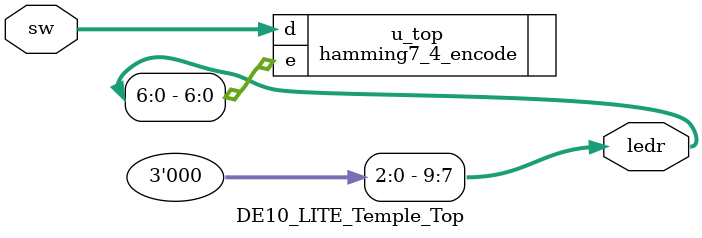
<source format=sv>



`define ENABLE_SW
`define ENABLE_LED

module DE10_LITE_Temple_Top(

	//////////// SDRAM: 3.3-V LVTTL //////////
`ifdef ENABLE_SDRAM
	output		    [12:0]		dram_addr,
	output		     [1:0]		dram_ba,
	output		          		dram_cas_n,
	output		          		dram_cke,
	output		          		dram_clk,
	output		          		dram_cs_n,
	inout 		    [15:0]		dram_dq,
	output		          		dram_ldqm,
	output		          		dram_ras_n,
	output		          		dram_udqm,
	output		          		dram_we_n,
`endif

	//////////// SEG7: 3.3-V LVTTL //////////
`ifdef ENABLE_HEX0
	output		     [7:0]		hex0,
`endif
`ifdef ENABLE_HEX1
	output		     [7:0]		hex1,
`endif
`ifdef ENABLE_HEX2
	output		     [7:0]		hex2,
`endif
`ifdef ENABLE_HEX3
	output		     [7:0]		hex3,
`endif
`ifdef ENABLE_HEX4
	output		     [7:0]		hex4,
`endif
`ifdef ENABLE_HEX5
	output		     [7:0]		hex5,
`endif

	//////////// KEY: 3.3 V SCHMITT TRIGGER //////////
`ifdef ENABLE_KEY
	input 		     [1:0]		key,
`endif

	//////////// LED: 3.3-V LVTTL //////////
`ifdef ENABLE_LED
	output		     [9:0]		ledr,
`endif

	//////////// VGA: 3.3-V LVTTL //////////
`ifdef ENABLE_VGA
	output		     [3:0]		vga_b,
	output		     [3:0]		vga_g,
	output		          		vga_hs,
	output		     [3:0]		vga_r,
	output		          		vga_vs,
`endif

	//////////// Accelerometer: 3.3-V LVTTL //////////
`ifdef ENABLE_ACCELEROMETER
	output		          		gsensor_cs_n,
	input 		     [2:1]		gsensor_int,
	output		          		gsensor_sclk,
	inout 		          		gsensor_sdi,
	inout 		          		gsensor_sdo,
`endif

	//////////// Arduino: 3.3-V LVTTL //////////
`ifdef ENABLE_ARDUINO
	inout 		    [15:0]		arduino_io,
	inout 		          		arduino_reset_n,
`endif

	//////////// GPIO, GPIO connect to GPIO Default: 3.3-V LVTTL //////////
`ifdef ENABLE_GPIO
	inout 		    [35:0]		gpio,
`endif

	//////////// ADC CLOCK: 3.3-V LVTTL //////////
`ifdef ENABLE_ADC_CLOCK
	input 		          		adc_clk_10,
`endif
	//////////// CLOCK 1: 3.3-V LVTTL //////////
`ifdef ENABLE_CLOCK1
	input 		          		max10_clk1_50,
`endif
	//////////// CLOCK 2: 3.3-V LVTTL //////////
`ifdef ENABLE_CLOCK2
	input 		          		max10_clk2_50,
`endif

	//////////// SW: 3.3-V LVTTL //////////
`ifdef ENABLE_SW
//	input 		     [9:0]		sw
	input 		     [3:0]		sw
`endif
);

	// tie unused LED's low
	assign ledr[9:7] = 3'b0;

	// instantiate top level design here
	hamming7_4_encode u_top (.e(ledr[6:0]), .d(sw[3:0]));

endmodule

</source>
